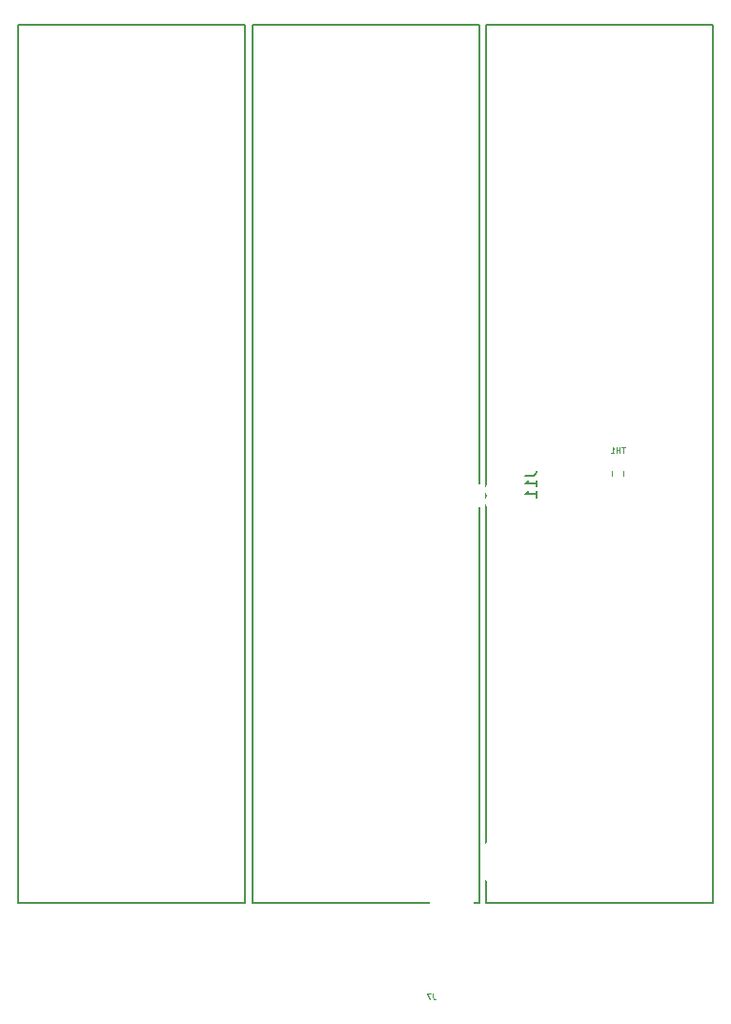
<source format=gbr>
%TF.GenerationSoftware,KiCad,Pcbnew,no-vcs-found-c6d0075~61~ubuntu17.10.1*%
%TF.CreationDate,2018-02-07T09:42:23+01:00*%
%TF.ProjectId,noname,6E6F6E616D652E6B696361645F706362,rev?*%
%TF.SameCoordinates,Original*%
%TF.FileFunction,Legend,Bot*%
%TF.FilePolarity,Positive*%
%FSLAX46Y46*%
G04 Gerber Fmt 4.6, Leading zero omitted, Abs format (unit mm)*
G04 Created by KiCad (PCBNEW no-vcs-found-c6d0075~61~ubuntu17.10.1) date Wed Feb  7 09:42:23 2018*
%MOMM*%
%LPD*%
G01*
G04 APERTURE LIST*
%ADD10C,0.150000*%
%ADD11C,0.120000*%
%ADD12C,0.101600*%
%ADD13R,1.050000X0.975000*%
%ADD14R,2.100000X2.100000*%
%ADD15O,2.100000X2.100000*%
%ADD16R,1.900000X2.900000*%
%ADD17O,1.900000X2.900000*%
%ADD18O,2.600000X3.900000*%
%ADD19C,4.400000*%
%ADD20R,3.900000X3.900000*%
%ADD21C,3.900000*%
%ADD22C,5.400000*%
%ADD23C,1.000000*%
%ADD24C,0.100000*%
%ADD25C,3.400000*%
%ADD26R,1.400000X1.070000*%
%ADD27O,1.750000X1.750000*%
%ADD28R,1.750000X1.750000*%
%ADD29C,2.500000*%
%ADD30C,2.150000*%
%ADD31C,1.400000*%
%ADD32C,1.900000*%
%ADD33C,2.100000*%
G04 APERTURE END LIST*
D10*
%TO.C,BT1*%
X183157142Y-19038622D02*
X183157142Y-97038622D01*
X183157142Y-97038622D02*
X203257142Y-97038622D01*
X203257142Y-97038622D02*
X203257142Y-19038622D01*
X203257142Y-19038622D02*
X183157142Y-19038622D01*
%TO.C,BT3*%
X224742143Y-19038622D02*
X224742143Y-97038622D01*
X224742143Y-97038622D02*
X244842143Y-97038622D01*
X244842143Y-97038622D02*
X244842143Y-19038622D01*
X244842143Y-19038622D02*
X224742143Y-19038622D01*
%TO.C,BT2*%
X224085142Y-97051621D02*
X224085142Y-19051621D01*
X224085142Y-19051621D02*
X203985142Y-19051621D01*
X203985142Y-19051621D02*
X203985142Y-97051621D01*
X203985142Y-97051621D02*
X224085142Y-97051621D01*
D11*
%TO.C,TH1*%
X236907384Y-58634766D02*
X236907384Y-59074766D01*
X235887384Y-58634766D02*
X235887384Y-59074766D01*
%TO.C,J11*%
D10*
X228205764Y-59061242D02*
X228920050Y-59061242D01*
X229062907Y-59013623D01*
X229158145Y-58918385D01*
X229205764Y-58775527D01*
X229205764Y-58680289D01*
X229205764Y-60061242D02*
X229205764Y-59489813D01*
X229205764Y-59775527D02*
X228205764Y-59775527D01*
X228348622Y-59680289D01*
X228443860Y-59585051D01*
X228491479Y-59489813D01*
X229205764Y-61013623D02*
X229205764Y-60442194D01*
X229205764Y-60727908D02*
X228205764Y-60727908D01*
X228348622Y-60632670D01*
X228443860Y-60537432D01*
X228491479Y-60442194D01*
%TO.C,J7*%
D12*
X220000717Y-105046575D02*
X220000717Y-105409432D01*
X220024907Y-105482004D01*
X220073288Y-105530385D01*
X220145860Y-105554575D01*
X220194241Y-105554575D01*
X219807193Y-105046575D02*
X219468526Y-105046575D01*
X219686241Y-105554575D01*
%TO.C,TH1*%
X237050526Y-56544575D02*
X236760241Y-56544575D01*
X236905384Y-57052575D02*
X236905384Y-56544575D01*
X236590907Y-57052575D02*
X236590907Y-56544575D01*
X236590907Y-56786480D02*
X236300622Y-56786480D01*
X236300622Y-57052575D02*
X236300622Y-56544575D01*
X235792622Y-57052575D02*
X236082907Y-57052575D01*
X235937764Y-57052575D02*
X235937764Y-56544575D01*
X235986145Y-56617146D01*
X236034526Y-56665527D01*
X236082907Y-56689718D01*
%TD*%
%LPC*%
D13*
%TO.C,J11*%
X227253384Y-60258266D03*
X227253384Y-59483266D03*
%TD*%
D14*
%TO.C,J10*%
X190677384Y-51742766D03*
D15*
X190677384Y-54282766D03*
%TD*%
%TO.C,J9*%
X237667384Y-50726766D03*
D14*
X237667384Y-53266766D03*
%TD*%
%TO.C,J8*%
X212775384Y-100002766D03*
D15*
X212775384Y-102542766D03*
%TD*%
D16*
%TO.C,SW1*%
X207949384Y-14658766D03*
D17*
X205949384Y-14658766D03*
X203949384Y-14658766D03*
D18*
X210049384Y-14658766D03*
X201849384Y-14658766D03*
%TD*%
D19*
%TO.C,BT1*%
X193207142Y-86038622D03*
X193207142Y-30038622D03*
D20*
X193207142Y-22038622D03*
D21*
X193207142Y-94038622D03*
%TD*%
D22*
%TO.C,J7*%
X197281384Y-15674766D03*
X231281384Y-15674766D03*
X231281384Y-100674766D03*
X197281384Y-100674766D03*
D15*
X184991384Y-88734766D03*
X187531384Y-88734766D03*
X184991384Y-86194766D03*
X187531384Y-86194766D03*
X184991384Y-83654766D03*
X187531384Y-83654766D03*
X184991384Y-81114766D03*
X187531384Y-81114766D03*
X184991384Y-78574766D03*
X187531384Y-78574766D03*
X184991384Y-76034766D03*
X187531384Y-76034766D03*
X184991384Y-73494766D03*
X187531384Y-73494766D03*
X184991384Y-70954766D03*
X187531384Y-70954766D03*
X184991384Y-68414766D03*
X187531384Y-68414766D03*
X184991384Y-65874766D03*
D14*
X187531384Y-65874766D03*
D15*
X184991384Y-61934766D03*
X187531384Y-61934766D03*
X184991384Y-59394766D03*
X187531384Y-59394766D03*
X184991384Y-56854766D03*
X187531384Y-56854766D03*
X184991384Y-54314766D03*
X187531384Y-54314766D03*
X184991384Y-51774766D03*
X187531384Y-51774766D03*
X184991384Y-49234766D03*
X187531384Y-49234766D03*
X184991384Y-46694766D03*
X187531384Y-46694766D03*
X184991384Y-44154766D03*
X187531384Y-44154766D03*
X184991384Y-41614766D03*
X187531384Y-41614766D03*
X184991384Y-39074766D03*
X187531384Y-39074766D03*
X184991384Y-36534766D03*
X187531384Y-36534766D03*
X184991384Y-33994766D03*
X187531384Y-33994766D03*
X184991384Y-31454766D03*
X187531384Y-31454766D03*
X184991384Y-28914766D03*
X187531384Y-28914766D03*
X184991384Y-26374766D03*
D14*
X187531384Y-26374766D03*
D15*
X240691384Y-88734766D03*
X243231384Y-88734766D03*
X240691384Y-86194766D03*
X243231384Y-86194766D03*
X240691384Y-83654766D03*
X243231384Y-83654766D03*
X240691384Y-81114766D03*
X243231384Y-81114766D03*
X240691384Y-78574766D03*
X243231384Y-78574766D03*
X240691384Y-76034766D03*
X243231384Y-76034766D03*
X240691384Y-73494766D03*
X243231384Y-73494766D03*
X240691384Y-70954766D03*
X243231384Y-70954766D03*
X240691384Y-68414766D03*
X243231384Y-68414766D03*
X240691384Y-65874766D03*
X243231384Y-65874766D03*
X240691384Y-63334766D03*
X243231384Y-63334766D03*
X240691384Y-60794766D03*
X243231384Y-60794766D03*
X240691384Y-58254766D03*
X243231384Y-58254766D03*
X240691384Y-55714766D03*
X243231384Y-55714766D03*
X240691384Y-53174766D03*
X243231384Y-53174766D03*
X240691384Y-50634766D03*
X243231384Y-50634766D03*
X240691384Y-48094766D03*
X243231384Y-48094766D03*
X240691384Y-45554766D03*
X243231384Y-45554766D03*
X240691384Y-43014766D03*
X243231384Y-43014766D03*
X240691384Y-40474766D03*
X243231384Y-40474766D03*
X240691384Y-37934766D03*
X243231384Y-37934766D03*
X240691384Y-35394766D03*
X243231384Y-35394766D03*
X240691384Y-32854766D03*
X243231384Y-32854766D03*
X240691384Y-30314766D03*
X243231384Y-30314766D03*
X240691384Y-27774766D03*
D14*
X243231384Y-27774766D03*
%TD*%
D23*
%TO.C,U1*%
X224094384Y-61386766D03*
X225094384Y-61386766D03*
X226094384Y-61386766D03*
X226094384Y-60386766D03*
X225094384Y-60386766D03*
X224094384Y-60386766D03*
%TD*%
D19*
%TO.C,BT3*%
X234792143Y-86038622D03*
X234792143Y-30038622D03*
D20*
X234792143Y-22038622D03*
D21*
X234792143Y-94038622D03*
%TD*%
D19*
%TO.C,BT2*%
X214035142Y-30051621D03*
X214035142Y-86051621D03*
D20*
X214035142Y-94051621D03*
D21*
X214035142Y-22051621D03*
%TD*%
D20*
%TO.C,J1*%
X221665384Y-90350766D03*
D24*
G36*
X222848699Y-94654859D02*
X222931211Y-94667099D01*
X223012126Y-94687367D01*
X223090665Y-94715468D01*
X223166071Y-94751133D01*
X223237619Y-94794017D01*
X223304618Y-94843707D01*
X223366425Y-94899725D01*
X223422443Y-94961532D01*
X223472133Y-95028531D01*
X223515017Y-95100079D01*
X223550682Y-95175485D01*
X223578783Y-95254024D01*
X223599051Y-95334939D01*
X223611291Y-95417451D01*
X223615384Y-95500766D01*
X223615384Y-97200766D01*
X223611291Y-97284081D01*
X223599051Y-97366593D01*
X223578783Y-97447508D01*
X223550682Y-97526047D01*
X223515017Y-97601453D01*
X223472133Y-97673001D01*
X223422443Y-97740000D01*
X223366425Y-97801807D01*
X223304618Y-97857825D01*
X223237619Y-97907515D01*
X223166071Y-97950399D01*
X223090665Y-97986064D01*
X223012126Y-98014165D01*
X222931211Y-98034433D01*
X222848699Y-98046673D01*
X222765384Y-98050766D01*
X220565384Y-98050766D01*
X220482069Y-98046673D01*
X220399557Y-98034433D01*
X220318642Y-98014165D01*
X220240103Y-97986064D01*
X220164697Y-97950399D01*
X220093149Y-97907515D01*
X220026150Y-97857825D01*
X219964343Y-97801807D01*
X219908325Y-97740000D01*
X219858635Y-97673001D01*
X219815751Y-97601453D01*
X219780086Y-97526047D01*
X219751985Y-97447508D01*
X219731717Y-97366593D01*
X219719477Y-97284081D01*
X219715384Y-97200766D01*
X219715384Y-95500766D01*
X219719477Y-95417451D01*
X219731717Y-95334939D01*
X219751985Y-95254024D01*
X219780086Y-95175485D01*
X219815751Y-95100079D01*
X219858635Y-95028531D01*
X219908325Y-94961532D01*
X219964343Y-94899725D01*
X220026150Y-94843707D01*
X220093149Y-94794017D01*
X220164697Y-94751133D01*
X220240103Y-94715468D01*
X220318642Y-94687367D01*
X220399557Y-94667099D01*
X220482069Y-94654859D01*
X220565384Y-94650766D01*
X222765384Y-94650766D01*
X222848699Y-94654859D01*
X222848699Y-94654859D01*
G37*
D25*
X221665384Y-96350766D03*
D24*
G36*
X227435951Y-91405461D02*
X227530597Y-91419500D01*
X227623412Y-91442749D01*
X227713500Y-91474983D01*
X227799996Y-91515893D01*
X227882065Y-91565083D01*
X227958917Y-91622081D01*
X228029813Y-91686337D01*
X228094069Y-91757233D01*
X228151067Y-91834085D01*
X228200257Y-91916154D01*
X228241167Y-92002650D01*
X228273401Y-92092738D01*
X228296650Y-92185553D01*
X228310689Y-92280199D01*
X228315384Y-92375766D01*
X228315384Y-94325766D01*
X228310689Y-94421333D01*
X228296650Y-94515979D01*
X228273401Y-94608794D01*
X228241167Y-94698882D01*
X228200257Y-94785378D01*
X228151067Y-94867447D01*
X228094069Y-94944299D01*
X228029813Y-95015195D01*
X227958917Y-95079451D01*
X227882065Y-95136449D01*
X227799996Y-95185639D01*
X227713500Y-95226549D01*
X227623412Y-95258783D01*
X227530597Y-95282032D01*
X227435951Y-95296071D01*
X227340384Y-95300766D01*
X225390384Y-95300766D01*
X225294817Y-95296071D01*
X225200171Y-95282032D01*
X225107356Y-95258783D01*
X225017268Y-95226549D01*
X224930772Y-95185639D01*
X224848703Y-95136449D01*
X224771851Y-95079451D01*
X224700955Y-95015195D01*
X224636699Y-94944299D01*
X224579701Y-94867447D01*
X224530511Y-94785378D01*
X224489601Y-94698882D01*
X224457367Y-94608794D01*
X224434118Y-94515979D01*
X224420079Y-94421333D01*
X224415384Y-94325766D01*
X224415384Y-92375766D01*
X224420079Y-92280199D01*
X224434118Y-92185553D01*
X224457367Y-92092738D01*
X224489601Y-92002650D01*
X224530511Y-91916154D01*
X224579701Y-91834085D01*
X224636699Y-91757233D01*
X224700955Y-91686337D01*
X224771851Y-91622081D01*
X224848703Y-91565083D01*
X224930772Y-91515893D01*
X225017268Y-91474983D01*
X225107356Y-91442749D01*
X225200171Y-91419500D01*
X225294817Y-91405461D01*
X225390384Y-91400766D01*
X227340384Y-91400766D01*
X227435951Y-91405461D01*
X227435951Y-91405461D01*
G37*
D21*
X226365384Y-93350766D03*
%TD*%
D26*
%TO.C,TH1*%
X236397384Y-59729766D03*
X236397384Y-57979766D03*
%TD*%
D14*
%TO.C,J2*%
X178608384Y-88573234D03*
D15*
X176068384Y-88573234D03*
X178608384Y-86033234D03*
X176068384Y-86033234D03*
X178608384Y-83493234D03*
X176068384Y-83493234D03*
X178608384Y-80953234D03*
X176068384Y-80953234D03*
X178608384Y-78413234D03*
X176068384Y-78413234D03*
X178608384Y-75873234D03*
X176068384Y-75873234D03*
X178608384Y-73333234D03*
X176068384Y-73333234D03*
X178608384Y-70793234D03*
X176068384Y-70793234D03*
X178608384Y-68253234D03*
X176068384Y-68253234D03*
X178608384Y-65713234D03*
X176068384Y-65713234D03*
X178608384Y-63173234D03*
X176068384Y-63173234D03*
X178608384Y-60633234D03*
X176068384Y-60633234D03*
X178608384Y-58093234D03*
X176068384Y-58093234D03*
X178608384Y-55553234D03*
X176068384Y-55553234D03*
X178608384Y-53013234D03*
X176068384Y-53013234D03*
X178608384Y-50473234D03*
X176068384Y-50473234D03*
X178608384Y-47933234D03*
X176068384Y-47933234D03*
X178608384Y-45393234D03*
X176068384Y-45393234D03*
X178608384Y-42853234D03*
X176068384Y-42853234D03*
X178608384Y-40313234D03*
X176068384Y-40313234D03*
X178608384Y-37773234D03*
X176068384Y-37773234D03*
X178608384Y-35233234D03*
X176068384Y-35233234D03*
X178608384Y-32693234D03*
X176068384Y-32693234D03*
X178608384Y-30153234D03*
X176068384Y-30153234D03*
X178608384Y-27613234D03*
X176068384Y-27613234D03*
D14*
X122908384Y-89973234D03*
D15*
X120368384Y-89973234D03*
X122908384Y-87433234D03*
X120368384Y-87433234D03*
X122908384Y-84893234D03*
X120368384Y-84893234D03*
X122908384Y-82353234D03*
X120368384Y-82353234D03*
X122908384Y-79813234D03*
X120368384Y-79813234D03*
X122908384Y-77273234D03*
X120368384Y-77273234D03*
X122908384Y-74733234D03*
X120368384Y-74733234D03*
X122908384Y-72193234D03*
X120368384Y-72193234D03*
X122908384Y-69653234D03*
X120368384Y-69653234D03*
X122908384Y-67113234D03*
X120368384Y-67113234D03*
X122908384Y-64573234D03*
X120368384Y-64573234D03*
X122908384Y-62033234D03*
X120368384Y-62033234D03*
X122908384Y-59493234D03*
X120368384Y-59493234D03*
X122908384Y-56953234D03*
X120368384Y-56953234D03*
X122908384Y-54413234D03*
X120368384Y-54413234D03*
D14*
X122932923Y-49173009D03*
D15*
X120392923Y-49173009D03*
X122932923Y-46633009D03*
X120392923Y-46633009D03*
X122932923Y-44093009D03*
X120392923Y-44093009D03*
X122932923Y-41553009D03*
X120392923Y-41553009D03*
X122932923Y-39013009D03*
X120392923Y-39013009D03*
X122932923Y-36473009D03*
X120392923Y-36473009D03*
X122932923Y-33933009D03*
X120392923Y-33933009D03*
X122932923Y-31393009D03*
X120392923Y-31393009D03*
X122932923Y-28853009D03*
X120392923Y-28853009D03*
X122932923Y-26313009D03*
X120392923Y-26313009D03*
D22*
X132658384Y-15673234D03*
X166658384Y-15673234D03*
X166658384Y-100673234D03*
X132658384Y-100673234D03*
%TD*%
D27*
%TO.C,J1*%
X133725384Y-84208234D03*
X135725384Y-84208234D03*
X137725384Y-84208234D03*
X139725384Y-84208234D03*
X141725384Y-84208234D03*
X143725384Y-84208234D03*
D28*
X145725384Y-84208234D03*
%TD*%
D29*
%TO.C,SW1*%
X153554384Y-98863234D03*
D30*
X154814384Y-101353234D03*
X159314384Y-101353234D03*
D29*
X160564384Y-98863234D03*
%TD*%
D31*
%TO.C,Y1*%
X158801384Y-72778234D03*
X156901384Y-72778234D03*
%TD*%
D32*
%TO.C,Y2*%
X167823384Y-60786234D03*
X167823384Y-65666234D03*
%TD*%
D14*
%TO.C,J2*%
X92905384Y-23880234D03*
%TD*%
%TO.C,J101*%
X67505384Y-28960234D03*
%TD*%
%TO.C,J100*%
X67505384Y-31500234D03*
%TD*%
%TO.C,J99*%
X67505384Y-34040234D03*
%TD*%
%TO.C,J98*%
X67505384Y-36580234D03*
%TD*%
%TO.C,J97*%
X67505384Y-39120234D03*
%TD*%
%TO.C,J96*%
X67505384Y-41660234D03*
%TD*%
%TO.C,J95*%
X67505384Y-44200234D03*
%TD*%
%TO.C,J94*%
X67505384Y-46740234D03*
%TD*%
%TO.C,J93*%
X67505384Y-49280234D03*
%TD*%
%TO.C,J92*%
X67505384Y-51820234D03*
%TD*%
%TO.C,J91*%
X67505384Y-54360234D03*
%TD*%
%TO.C,J90*%
X67505384Y-56951615D03*
%TD*%
%TO.C,J89*%
X67505384Y-59440234D03*
%TD*%
%TO.C,J88*%
X67505384Y-61980234D03*
%TD*%
%TO.C,J87*%
X67505384Y-64520234D03*
%TD*%
%TO.C,J86*%
X67505384Y-67060234D03*
%TD*%
%TO.C,J85*%
X67505384Y-69600234D03*
%TD*%
%TO.C,J84*%
X67505384Y-72140234D03*
%TD*%
%TO.C,J83*%
X67505384Y-74680234D03*
%TD*%
%TO.C,J82*%
X67505384Y-77220234D03*
%TD*%
%TO.C,J79*%
X67505384Y-84840234D03*
%TD*%
%TO.C,J78*%
X67505384Y-87380234D03*
%TD*%
%TO.C,J77*%
X67505384Y-89920234D03*
%TD*%
%TO.C,J81*%
X67505384Y-79760234D03*
%TD*%
%TO.C,J80*%
X67505384Y-82300234D03*
%TD*%
%TO.C,J67*%
X64965384Y-77220234D03*
%TD*%
%TO.C,J76*%
X64965384Y-54360234D03*
%TD*%
%TO.C,J75*%
X64965384Y-56900234D03*
%TD*%
%TO.C,J74*%
X64965384Y-59440234D03*
%TD*%
%TO.C,J73*%
X64965384Y-61980234D03*
%TD*%
%TO.C,J72*%
X64965384Y-64520234D03*
%TD*%
%TO.C,J71*%
X64965384Y-67060234D03*
%TD*%
%TO.C,J70*%
X64965384Y-69600234D03*
%TD*%
%TO.C,J60*%
X64965384Y-34040234D03*
%TD*%
%TO.C,J68*%
X64965384Y-74680234D03*
%TD*%
%TO.C,J39*%
X105605384Y-61980234D03*
%TD*%
%TO.C,J66*%
X64965384Y-79760234D03*
%TD*%
%TO.C,J65*%
X64965384Y-82300234D03*
%TD*%
%TO.C,J64*%
X64965384Y-84840234D03*
%TD*%
%TO.C,J63*%
X64965384Y-87380234D03*
%TD*%
%TO.C,J62*%
X64965384Y-28960234D03*
%TD*%
%TO.C,J61*%
X64965384Y-31500234D03*
%TD*%
%TO.C,J69*%
X64965384Y-72140234D03*
%TD*%
%TO.C,J57*%
X64965384Y-41660234D03*
%TD*%
%TO.C,J58*%
X64965384Y-39120234D03*
%TD*%
%TO.C,J56*%
X64965384Y-44200234D03*
%TD*%
%TO.C,J55*%
X64965384Y-46740234D03*
%TD*%
%TO.C,J54*%
X64965384Y-49280234D03*
%TD*%
%TO.C,J53*%
X64965384Y-51820234D03*
%TD*%
%TO.C,J52*%
X105605384Y-28960234D03*
%TD*%
%TO.C,J51*%
X105605384Y-31500234D03*
%TD*%
%TO.C,J40*%
X105605384Y-59440234D03*
%TD*%
%TO.C,J49*%
X105605384Y-36580234D03*
%TD*%
%TO.C,J48*%
X105605384Y-39120234D03*
%TD*%
%TO.C,J47*%
X105605384Y-41660234D03*
%TD*%
%TO.C,J46*%
X105605384Y-44200234D03*
%TD*%
%TO.C,J45*%
X105605384Y-46740234D03*
%TD*%
%TO.C,J44*%
X105605384Y-49280234D03*
%TD*%
%TO.C,J43*%
X105605384Y-51820234D03*
%TD*%
%TO.C,J42*%
X105605384Y-54360234D03*
%TD*%
%TO.C,J41*%
X105605384Y-56900234D03*
%TD*%
%TO.C,J50*%
X105605384Y-34040234D03*
%TD*%
%TO.C,J29*%
X105605384Y-87380234D03*
%TD*%
%TO.C,J37*%
X105605384Y-67060234D03*
%TD*%
%TO.C,J36*%
X105605384Y-69600234D03*
%TD*%
%TO.C,J35*%
X105605384Y-72140234D03*
%TD*%
%TO.C,J34*%
X105605384Y-74680234D03*
%TD*%
%TO.C,J33*%
X105605384Y-77220234D03*
%TD*%
%TO.C,J32*%
X105605384Y-79760234D03*
%TD*%
%TO.C,J31*%
X105605384Y-82300234D03*
%TD*%
%TO.C,J59*%
X64965384Y-36580234D03*
%TD*%
%TO.C,J38*%
X105605384Y-64520234D03*
%TD*%
%TO.C,J28*%
X105605384Y-89920234D03*
%TD*%
%TO.C,J27*%
X103065384Y-28960234D03*
%TD*%
%TO.C,J26*%
X103065384Y-31500234D03*
%TD*%
%TO.C,J25*%
X103065384Y-34040234D03*
%TD*%
%TO.C,J24*%
X103065384Y-36580234D03*
%TD*%
%TO.C,J23*%
X103065384Y-39120234D03*
%TD*%
%TO.C,J22*%
X103065384Y-41660234D03*
%TD*%
%TO.C,J21*%
X103065384Y-44200234D03*
%TD*%
%TO.C,J30*%
X105605384Y-84840234D03*
%TD*%
%TO.C,J10*%
X103065384Y-72140234D03*
%TD*%
%TO.C,J19*%
X103065384Y-49280234D03*
%TD*%
%TO.C,J18*%
X103065384Y-51820234D03*
%TD*%
%TO.C,J17*%
X103065384Y-54360234D03*
%TD*%
%TO.C,J16*%
X103065384Y-56900234D03*
%TD*%
%TO.C,J15*%
X103065384Y-59440234D03*
%TD*%
%TO.C,J14*%
X103065384Y-61980234D03*
%TD*%
%TO.C,J13*%
X103065384Y-64520234D03*
%TD*%
%TO.C,J12*%
X103065384Y-67060234D03*
%TD*%
%TO.C,J11*%
X103065384Y-69600234D03*
%TD*%
%TO.C,J20*%
X103065384Y-46740234D03*
%TD*%
%TO.C,J9*%
X103065384Y-74680234D03*
%TD*%
%TO.C,J8*%
X103065384Y-77220234D03*
%TD*%
%TO.C,J7*%
X103065384Y-79760234D03*
%TD*%
%TO.C,J6*%
X103065384Y-82300234D03*
%TD*%
%TO.C,J5*%
X103065384Y-84840234D03*
%TD*%
%TO.C,J4*%
X103065384Y-87380234D03*
%TD*%
%TO.C,J3*%
X103065384Y-89920234D03*
%TD*%
%TO.C,J1*%
X114485384Y-88570234D03*
D15*
X111945384Y-88570234D03*
X114485384Y-86030234D03*
X111945384Y-86030234D03*
X114485384Y-83490234D03*
X111945384Y-83490234D03*
X114485384Y-80950234D03*
X111945384Y-80950234D03*
X114485384Y-78410234D03*
X111945384Y-78410234D03*
X114485384Y-75870234D03*
X111945384Y-75870234D03*
X114485384Y-73330234D03*
X111945384Y-73330234D03*
X114485384Y-70790234D03*
X111945384Y-70790234D03*
X114485384Y-68250234D03*
X111945384Y-68250234D03*
X114485384Y-65710234D03*
X111945384Y-65710234D03*
X114485384Y-63170234D03*
X111945384Y-63170234D03*
X114485384Y-60630234D03*
X111945384Y-60630234D03*
X114485384Y-58090234D03*
X111945384Y-58090234D03*
X114485384Y-55550234D03*
X111945384Y-55550234D03*
X114485384Y-53010234D03*
X111945384Y-53010234D03*
X114485384Y-50470234D03*
X111945384Y-50470234D03*
X114485384Y-47930234D03*
X111945384Y-47930234D03*
X114485384Y-45390234D03*
X111945384Y-45390234D03*
X114485384Y-42850234D03*
X111945384Y-42850234D03*
X114485384Y-40310234D03*
X111945384Y-40310234D03*
X114485384Y-37770234D03*
X111945384Y-37770234D03*
X114485384Y-35230234D03*
X111945384Y-35230234D03*
X114485384Y-32690234D03*
X111945384Y-32690234D03*
X114485384Y-30150234D03*
X111945384Y-30150234D03*
X114485384Y-27610234D03*
X111945384Y-27610234D03*
D14*
X58785384Y-89970234D03*
D15*
X56245384Y-89970234D03*
X58785384Y-87430234D03*
X56245384Y-87430234D03*
X58785384Y-84890234D03*
X56245384Y-84890234D03*
X58785384Y-82350234D03*
X56245384Y-82350234D03*
X58785384Y-79810234D03*
X56245384Y-79810234D03*
X58785384Y-77270234D03*
X56245384Y-77270234D03*
X58785384Y-74730234D03*
X56245384Y-74730234D03*
X58785384Y-72190234D03*
X56245384Y-72190234D03*
X58785384Y-69650234D03*
X56245384Y-69650234D03*
X58785384Y-67110234D03*
X56245384Y-67110234D03*
X58785384Y-64570234D03*
X56245384Y-64570234D03*
X58785384Y-62030234D03*
X56245384Y-62030234D03*
X58785384Y-59490234D03*
X56245384Y-59490234D03*
X58785384Y-56950234D03*
X56245384Y-56950234D03*
X58785384Y-54410234D03*
X56245384Y-54410234D03*
D14*
X58785384Y-50470234D03*
D15*
X56245384Y-50470234D03*
X58785384Y-47930234D03*
X56245384Y-47930234D03*
X58785384Y-45390234D03*
X56245384Y-45390234D03*
X58785384Y-42850234D03*
X56245384Y-42850234D03*
X58785384Y-40310234D03*
X56245384Y-40310234D03*
X58785384Y-37770234D03*
X56245384Y-37770234D03*
X58785384Y-35230234D03*
X56245384Y-35230234D03*
X58785384Y-32690234D03*
X56245384Y-32690234D03*
X58785384Y-30150234D03*
X56245384Y-30150234D03*
X58785384Y-27610234D03*
X56245384Y-27610234D03*
D22*
X68535384Y-15670234D03*
X102535384Y-15670234D03*
X102535384Y-100670234D03*
X68535384Y-100670234D03*
%TD*%
D14*
%TO.C,J2*%
X64965384Y-89920234D03*
%TD*%
%TO.C,J2*%
X72585384Y-23880234D03*
%TD*%
%TO.C,J2*%
X70045384Y-23880234D03*
%TD*%
%TO.C,J2*%
X97985384Y-21340234D03*
%TD*%
%TO.C,J2*%
X80205384Y-23880234D03*
%TD*%
%TO.C,J2*%
X80205384Y-21340234D03*
%TD*%
%TO.C,J2*%
X75125384Y-21340234D03*
%TD*%
%TO.C,J2*%
X75125384Y-23880234D03*
%TD*%
D33*
%TO.C,J2*%
X64965384Y-21340234D03*
%TD*%
%TO.C,J2*%
X67505384Y-21340234D03*
%TD*%
D14*
%TO.C,J2*%
X100525384Y-23880234D03*
%TD*%
%TO.C,J2*%
X77665384Y-23880234D03*
%TD*%
D33*
%TO.C,J2*%
X64965384Y-23880234D03*
%TD*%
%TO.C,J2*%
X103065384Y-21340234D03*
%TD*%
D14*
%TO.C,J2*%
X87825384Y-21340234D03*
%TD*%
D33*
%TO.C,J2*%
X103065384Y-23880234D03*
%TD*%
D14*
%TO.C,J2*%
X97985384Y-23880234D03*
%TD*%
%TO.C,J2*%
X92905384Y-21340234D03*
%TD*%
%TO.C,J2*%
X72585384Y-21340234D03*
%TD*%
D33*
%TO.C,J2*%
X67505384Y-23880234D03*
%TD*%
%TO.C,J2*%
X105605384Y-23880234D03*
%TD*%
%TO.C,J2*%
X105605384Y-21340234D03*
%TD*%
D14*
%TO.C,J2*%
X90365384Y-21340234D03*
%TD*%
%TO.C,J2*%
X82745384Y-21340234D03*
%TD*%
%TO.C,J2*%
X95445384Y-23880234D03*
%TD*%
%TO.C,J2*%
X82745384Y-23880234D03*
%TD*%
%TO.C,J2*%
X70045384Y-21340234D03*
%TD*%
%TO.C,J2*%
X95445384Y-21340234D03*
%TD*%
%TO.C,J2*%
X87825384Y-23880234D03*
%TD*%
%TO.C,J2*%
X85285384Y-23880234D03*
%TD*%
%TO.C,J2*%
X90365384Y-23880234D03*
%TD*%
%TO.C,J2*%
X77665384Y-21340234D03*
%TD*%
%TO.C,J2*%
X100525384Y-21340234D03*
%TD*%
%TO.C,J2*%
X85285384Y-21340234D03*
%TD*%
%TO.C,J2*%
X87825384Y-41660234D03*
%TD*%
%TO.C,J2*%
X87825384Y-44200234D03*
%TD*%
%TO.C,J2*%
X92905384Y-26420234D03*
%TD*%
%TO.C,J2*%
X100525384Y-34040234D03*
%TD*%
%TO.C,J2*%
X70045384Y-44200234D03*
%TD*%
%TO.C,J2*%
X72585384Y-26420234D03*
%TD*%
%TO.C,J2*%
X80205384Y-44200234D03*
%TD*%
%TO.C,J2*%
X82745384Y-36580234D03*
%TD*%
%TO.C,J2*%
X85285384Y-34040234D03*
%TD*%
D33*
%TO.C,J2*%
X105605384Y-26420234D03*
%TD*%
D14*
%TO.C,J2*%
X90365384Y-26420234D03*
%TD*%
%TO.C,J2*%
X95445384Y-41660234D03*
%TD*%
%TO.C,J2*%
X82745384Y-26420234D03*
%TD*%
%TO.C,J2*%
X85285384Y-39120234D03*
%TD*%
%TO.C,J2*%
X95445384Y-28960234D03*
%TD*%
%TO.C,J2*%
X82745384Y-28960234D03*
%TD*%
%TO.C,J2*%
X85285384Y-44200234D03*
%TD*%
%TO.C,J2*%
X70045384Y-26420234D03*
%TD*%
%TO.C,J2*%
X77665384Y-36580234D03*
%TD*%
%TO.C,J2*%
X75125384Y-36580234D03*
%TD*%
%TO.C,J2*%
X95445384Y-26420234D03*
%TD*%
%TO.C,J2*%
X87825384Y-28960234D03*
%TD*%
%TO.C,J2*%
X85285384Y-28960234D03*
%TD*%
%TO.C,J2*%
X82745384Y-44200234D03*
%TD*%
%TO.C,J2*%
X90365384Y-28960234D03*
%TD*%
%TO.C,J2*%
X100525384Y-41660234D03*
%TD*%
%TO.C,J2*%
X97985384Y-31500234D03*
%TD*%
%TO.C,J2*%
X97985384Y-39120234D03*
%TD*%
%TO.C,J2*%
X70045384Y-34040234D03*
%TD*%
%TO.C,J2*%
X77665384Y-26420234D03*
%TD*%
%TO.C,J2*%
X75125384Y-44200234D03*
%TD*%
%TO.C,J2*%
X87825384Y-36580234D03*
%TD*%
%TO.C,J2*%
X95445384Y-39120234D03*
%TD*%
%TO.C,J2*%
X100525384Y-26420234D03*
%TD*%
%TO.C,J2*%
X85285384Y-26420234D03*
%TD*%
%TO.C,J2*%
X80205384Y-31500234D03*
%TD*%
%TO.C,J2*%
X72585384Y-36580234D03*
%TD*%
%TO.C,J2*%
X80205384Y-41660234D03*
%TD*%
%TO.C,J2*%
X70045384Y-31500234D03*
%TD*%
%TO.C,J2*%
X90365384Y-31500234D03*
%TD*%
%TO.C,J2*%
X80205384Y-39120234D03*
%TD*%
%TO.C,J2*%
X72585384Y-44200234D03*
%TD*%
%TO.C,J2*%
X75125384Y-41660234D03*
%TD*%
%TO.C,J2*%
X80205384Y-26420234D03*
%TD*%
%TO.C,J2*%
X95445384Y-44200234D03*
%TD*%
%TO.C,J2*%
X87825384Y-31500234D03*
%TD*%
%TO.C,J2*%
X92905384Y-31500234D03*
%TD*%
%TO.C,J2*%
X70045384Y-39120234D03*
%TD*%
%TO.C,J2*%
X85285384Y-36580234D03*
%TD*%
%TO.C,J2*%
X95445384Y-34040234D03*
%TD*%
%TO.C,J2*%
X90365384Y-41660234D03*
%TD*%
%TO.C,J2*%
X72585384Y-28960234D03*
%TD*%
%TO.C,J2*%
X87825384Y-39120234D03*
%TD*%
%TO.C,J2*%
X90365384Y-34040234D03*
%TD*%
%TO.C,J2*%
X77665384Y-28960234D03*
%TD*%
%TO.C,J2*%
X92905384Y-39120234D03*
%TD*%
%TO.C,J2*%
X82745384Y-39120234D03*
%TD*%
%TO.C,J2*%
X82745384Y-31500234D03*
%TD*%
%TO.C,J2*%
X97985384Y-28960234D03*
%TD*%
%TO.C,J2*%
X75125384Y-39120234D03*
%TD*%
%TO.C,J2*%
X82745384Y-41660234D03*
%TD*%
D33*
%TO.C,J2*%
X64965384Y-26420234D03*
%TD*%
D14*
%TO.C,J2*%
X72585384Y-34040234D03*
%TD*%
%TO.C,J2*%
X70045384Y-28960234D03*
%TD*%
%TO.C,J2*%
X75125384Y-34040234D03*
%TD*%
D33*
%TO.C,J2*%
X67505384Y-26420234D03*
%TD*%
D14*
%TO.C,J2*%
X80205384Y-36580234D03*
%TD*%
%TO.C,J2*%
X82745384Y-34040234D03*
%TD*%
%TO.C,J2*%
X72585384Y-41660234D03*
%TD*%
%TO.C,J2*%
X100525384Y-44200234D03*
%TD*%
%TO.C,J2*%
X87825384Y-34040234D03*
%TD*%
%TO.C,J2*%
X100525384Y-31500234D03*
%TD*%
%TO.C,J2*%
X97985384Y-26420234D03*
%TD*%
%TO.C,J2*%
X100525384Y-28960234D03*
%TD*%
D33*
%TO.C,J2*%
X103065384Y-26420234D03*
%TD*%
D14*
%TO.C,J2*%
X90365384Y-44200234D03*
%TD*%
%TO.C,J2*%
X70045384Y-36580234D03*
%TD*%
%TO.C,J2*%
X77665384Y-34040234D03*
%TD*%
%TO.C,J2*%
X72585384Y-39120234D03*
%TD*%
%TO.C,J2*%
X85285384Y-31500234D03*
%TD*%
%TO.C,J2*%
X70045384Y-41660234D03*
%TD*%
%TO.C,J2*%
X80205384Y-34040234D03*
%TD*%
%TO.C,J2*%
X77665384Y-31500234D03*
%TD*%
%TO.C,J2*%
X75125384Y-31500234D03*
%TD*%
%TO.C,J2*%
X80205384Y-28960234D03*
%TD*%
%TO.C,J2*%
X75125384Y-28960234D03*
%TD*%
%TO.C,J2*%
X90365384Y-39120234D03*
%TD*%
%TO.C,J2*%
X92905384Y-28960234D03*
%TD*%
%TO.C,J2*%
X77665384Y-44200234D03*
%TD*%
%TO.C,J2*%
X77665384Y-41660234D03*
%TD*%
%TO.C,J2*%
X77665384Y-39120234D03*
%TD*%
%TO.C,J2*%
X75125384Y-26420234D03*
%TD*%
%TO.C,J2*%
X97985384Y-44200234D03*
%TD*%
%TO.C,J2*%
X92905384Y-44200234D03*
%TD*%
%TO.C,J2*%
X92905384Y-36580234D03*
%TD*%
%TO.C,J2*%
X92905384Y-41660234D03*
%TD*%
%TO.C,J2*%
X85285384Y-41660234D03*
%TD*%
%TO.C,J2*%
X100525384Y-36580234D03*
%TD*%
%TO.C,J2*%
X87825384Y-26420234D03*
%TD*%
%TO.C,J2*%
X92905384Y-34040234D03*
%TD*%
%TO.C,J2*%
X90365384Y-36580234D03*
%TD*%
%TO.C,J2*%
X97985384Y-36580234D03*
%TD*%
%TO.C,J2*%
X95445384Y-36580234D03*
%TD*%
%TO.C,J2*%
X95445384Y-31500234D03*
%TD*%
%TO.C,J2*%
X97985384Y-34040234D03*
%TD*%
%TO.C,J2*%
X100525384Y-39120234D03*
%TD*%
%TO.C,J2*%
X97985384Y-41660234D03*
%TD*%
%TO.C,J2*%
X72585384Y-31500234D03*
%TD*%
%TO.C,J2*%
X72585384Y-46740234D03*
%TD*%
%TO.C,J2*%
X87825384Y-46740234D03*
%TD*%
%TO.C,J2*%
X92905384Y-54360234D03*
%TD*%
%TO.C,J2*%
X90365384Y-56900234D03*
%TD*%
%TO.C,J2*%
X97985384Y-56900234D03*
%TD*%
%TO.C,J2*%
X95445384Y-56900234D03*
%TD*%
%TO.C,J2*%
X87825384Y-69600234D03*
%TD*%
%TO.C,J2*%
X95445384Y-51820234D03*
%TD*%
%TO.C,J2*%
X97985384Y-54360234D03*
%TD*%
%TO.C,J2*%
X100525384Y-59440234D03*
%TD*%
%TO.C,J2*%
X97985384Y-61980234D03*
%TD*%
%TO.C,J2*%
X72585384Y-51820234D03*
%TD*%
%TO.C,J2*%
X95445384Y-64520234D03*
%TD*%
%TO.C,J2*%
X82745384Y-69600234D03*
%TD*%
%TO.C,J2*%
X87825384Y-51820234D03*
%TD*%
%TO.C,J2*%
X92905384Y-51820234D03*
%TD*%
%TO.C,J2*%
X70045384Y-59440234D03*
%TD*%
%TO.C,J2*%
X92905384Y-67060234D03*
%TD*%
%TO.C,J2*%
X85285384Y-56900234D03*
%TD*%
%TO.C,J2*%
X95445384Y-54360234D03*
%TD*%
%TO.C,J2*%
X100525384Y-69600234D03*
%TD*%
%TO.C,J2*%
X90365384Y-61980234D03*
%TD*%
%TO.C,J2*%
X72585384Y-49280234D03*
%TD*%
%TO.C,J2*%
X75125384Y-46740234D03*
%TD*%
%TO.C,J2*%
X97985384Y-64520234D03*
%TD*%
%TO.C,J2*%
X92905384Y-64520234D03*
%TD*%
%TO.C,J2*%
X92905384Y-56900234D03*
%TD*%
%TO.C,J2*%
X92905384Y-61980234D03*
%TD*%
%TO.C,J2*%
X87825384Y-67060234D03*
%TD*%
%TO.C,J2*%
X85285384Y-61980234D03*
%TD*%
%TO.C,J2*%
X100525384Y-56900234D03*
%TD*%
%TO.C,J2*%
X97985384Y-67060234D03*
%TD*%
%TO.C,J2*%
X85285384Y-54360234D03*
%TD*%
%TO.C,J2*%
X82745384Y-67060234D03*
%TD*%
%TO.C,J2*%
X90365384Y-46740234D03*
%TD*%
%TO.C,J2*%
X95445384Y-61980234D03*
%TD*%
%TO.C,J2*%
X82745384Y-46740234D03*
%TD*%
%TO.C,J2*%
X85285384Y-59440234D03*
%TD*%
%TO.C,J2*%
X95445384Y-49280234D03*
%TD*%
%TO.C,J2*%
X92905384Y-69600234D03*
%TD*%
%TO.C,J2*%
X87825384Y-56900234D03*
%TD*%
%TO.C,J2*%
X85285384Y-69600234D03*
%TD*%
%TO.C,J2*%
X95445384Y-59440234D03*
%TD*%
%TO.C,J2*%
X100525384Y-46740234D03*
%TD*%
%TO.C,J2*%
X97985384Y-69600234D03*
%TD*%
%TO.C,J2*%
X75125384Y-69600234D03*
%TD*%
%TO.C,J2*%
X85285384Y-67060234D03*
%TD*%
%TO.C,J2*%
X85285384Y-46740234D03*
%TD*%
%TO.C,J2*%
X80205384Y-51820234D03*
%TD*%
%TO.C,J2*%
X72585384Y-56900234D03*
%TD*%
%TO.C,J2*%
X90365384Y-69600234D03*
%TD*%
%TO.C,J2*%
X82745384Y-54360234D03*
%TD*%
%TO.C,J2*%
X72585384Y-61980234D03*
%TD*%
%TO.C,J2*%
X100525384Y-64520234D03*
%TD*%
%TO.C,J2*%
X87825384Y-54360234D03*
%TD*%
%TO.C,J2*%
X95445384Y-69600234D03*
%TD*%
%TO.C,J2*%
X100525384Y-51820234D03*
%TD*%
%TO.C,J2*%
X97985384Y-46740234D03*
%TD*%
%TO.C,J2*%
X100525384Y-49280234D03*
%TD*%
%TO.C,J2*%
X95445384Y-46740234D03*
%TD*%
%TO.C,J2*%
X87825384Y-49280234D03*
%TD*%
%TO.C,J2*%
X85285384Y-49280234D03*
%TD*%
%TO.C,J2*%
X82745384Y-64520234D03*
%TD*%
%TO.C,J2*%
X90365384Y-49280234D03*
%TD*%
%TO.C,J2*%
X100525384Y-61980234D03*
%TD*%
%TO.C,J2*%
X97985384Y-51820234D03*
%TD*%
%TO.C,J2*%
X97985384Y-59440234D03*
%TD*%
%TO.C,J2*%
X70045384Y-54360234D03*
%TD*%
%TO.C,J2*%
X70045384Y-69600234D03*
%TD*%
%TO.C,J2*%
X87825384Y-59440234D03*
%TD*%
%TO.C,J2*%
X90365384Y-54360234D03*
%TD*%
%TO.C,J2*%
X77665384Y-49280234D03*
%TD*%
%TO.C,J2*%
X92905384Y-59440234D03*
%TD*%
%TO.C,J2*%
X82745384Y-59440234D03*
%TD*%
%TO.C,J2*%
X82745384Y-51820234D03*
%TD*%
%TO.C,J2*%
X97985384Y-49280234D03*
%TD*%
%TO.C,J2*%
X75125384Y-59440234D03*
%TD*%
%TO.C,J2*%
X100525384Y-67060234D03*
%TD*%
%TO.C,J2*%
X82745384Y-61980234D03*
%TD*%
%TO.C,J2*%
X87825384Y-61980234D03*
%TD*%
%TO.C,J2*%
X87825384Y-64520234D03*
%TD*%
%TO.C,J2*%
X92905384Y-46740234D03*
%TD*%
%TO.C,J2*%
X95445384Y-67060234D03*
%TD*%
%TO.C,J2*%
X100525384Y-54360234D03*
%TD*%
%TO.C,J2*%
X70045384Y-64520234D03*
%TD*%
%TO.C,J2*%
X82745384Y-49280234D03*
%TD*%
%TO.C,J2*%
X85285384Y-64520234D03*
%TD*%
%TO.C,J2*%
X70045384Y-46740234D03*
%TD*%
%TO.C,J2*%
X77665384Y-56900234D03*
%TD*%
%TO.C,J2*%
X75125384Y-56900234D03*
%TD*%
%TO.C,J2*%
X80205384Y-46740234D03*
%TD*%
%TO.C,J2*%
X77665384Y-69600234D03*
%TD*%
%TO.C,J2*%
X80205384Y-69600234D03*
%TD*%
%TO.C,J2*%
X80205384Y-67060234D03*
%TD*%
%TO.C,J2*%
X80205384Y-56900234D03*
%TD*%
%TO.C,J2*%
X72585384Y-69600234D03*
%TD*%
%TO.C,J2*%
X72585384Y-54360234D03*
%TD*%
%TO.C,J2*%
X80205384Y-64520234D03*
%TD*%
%TO.C,J2*%
X77665384Y-59440234D03*
%TD*%
%TO.C,J2*%
X90365384Y-67060234D03*
%TD*%
%TO.C,J2*%
X77665384Y-67060234D03*
%TD*%
%TO.C,J2*%
X77665384Y-46740234D03*
%TD*%
%TO.C,J2*%
X75125384Y-64520234D03*
%TD*%
%TO.C,J2*%
X72585384Y-59440234D03*
%TD*%
%TO.C,J2*%
X75125384Y-67060234D03*
%TD*%
%TO.C,J2*%
X72585384Y-67060234D03*
%TD*%
%TO.C,J2*%
X90365384Y-59440234D03*
%TD*%
%TO.C,J2*%
X92905384Y-49280234D03*
%TD*%
%TO.C,J2*%
X70045384Y-49280234D03*
%TD*%
%TO.C,J2*%
X75125384Y-54360234D03*
%TD*%
%TO.C,J2*%
X90365384Y-51820234D03*
%TD*%
%TO.C,J2*%
X85285384Y-51820234D03*
%TD*%
%TO.C,J2*%
X82745384Y-56900234D03*
%TD*%
%TO.C,J2*%
X90365384Y-64520234D03*
%TD*%
%TO.C,J2*%
X80205384Y-54360234D03*
%TD*%
%TO.C,J2*%
X70045384Y-56900234D03*
%TD*%
%TO.C,J2*%
X77665384Y-54360234D03*
%TD*%
%TO.C,J2*%
X80205384Y-61980234D03*
%TD*%
%TO.C,J2*%
X77665384Y-61980234D03*
%TD*%
%TO.C,J2*%
X75125384Y-51820234D03*
%TD*%
%TO.C,J2*%
X70045384Y-61980234D03*
%TD*%
%TO.C,J2*%
X77665384Y-51820234D03*
%TD*%
%TO.C,J2*%
X80205384Y-49280234D03*
%TD*%
%TO.C,J2*%
X75125384Y-61980234D03*
%TD*%
%TO.C,J2*%
X80205384Y-59440234D03*
%TD*%
%TO.C,J2*%
X70045384Y-51820234D03*
%TD*%
%TO.C,J2*%
X70045384Y-67060234D03*
%TD*%
%TO.C,J2*%
X75125384Y-49280234D03*
%TD*%
%TO.C,J2*%
X72585384Y-64520234D03*
%TD*%
%TO.C,J2*%
X77665384Y-64520234D03*
%TD*%
D33*
%TO.C,J2*%
X105605384Y-92460234D03*
%TD*%
%TO.C,J2*%
X105605384Y-95000234D03*
%TD*%
%TO.C,J2*%
X103065384Y-95000234D03*
%TD*%
%TO.C,J2*%
X103065384Y-92460234D03*
%TD*%
D14*
%TO.C,J2*%
X87825384Y-89920234D03*
%TD*%
%TO.C,J2*%
X92905384Y-72140234D03*
%TD*%
%TO.C,J2*%
X82745384Y-95000234D03*
%TD*%
%TO.C,J2*%
X87825384Y-77220234D03*
%TD*%
%TO.C,J2*%
X92905384Y-77220234D03*
%TD*%
%TO.C,J2*%
X90365384Y-84840234D03*
%TD*%
%TO.C,J2*%
X92905384Y-74680234D03*
%TD*%
%TO.C,J2*%
X95445384Y-72140234D03*
%TD*%
%TO.C,J2*%
X87825384Y-74680234D03*
%TD*%
%TO.C,J2*%
X85285384Y-74680234D03*
%TD*%
%TO.C,J2*%
X87825384Y-79760234D03*
%TD*%
%TO.C,J2*%
X95445384Y-95000234D03*
%TD*%
%TO.C,J2*%
X100525384Y-77220234D03*
%TD*%
%TO.C,J2*%
X92905384Y-82300234D03*
%TD*%
%TO.C,J2*%
X92905384Y-87380234D03*
%TD*%
%TO.C,J2*%
X87825384Y-92460234D03*
%TD*%
%TO.C,J2*%
X87825384Y-84840234D03*
%TD*%
%TO.C,J2*%
X90365384Y-79760234D03*
%TD*%
%TO.C,J2*%
X90365384Y-95000234D03*
%TD*%
%TO.C,J2*%
X82745384Y-79760234D03*
%TD*%
%TO.C,J2*%
X82745384Y-77220234D03*
%TD*%
%TO.C,J2*%
X97985384Y-74680234D03*
%TD*%
%TO.C,J2*%
X95445384Y-84840234D03*
%TD*%
%TO.C,J2*%
X82745384Y-82300234D03*
%TD*%
%TO.C,J2*%
X90365384Y-89920234D03*
%TD*%
%TO.C,J2*%
X82745384Y-92460234D03*
%TD*%
%TO.C,J2*%
X90365384Y-72140234D03*
%TD*%
%TO.C,J2*%
X97985384Y-82300234D03*
%TD*%
%TO.C,J2*%
X95445384Y-82300234D03*
%TD*%
%TO.C,J2*%
X100525384Y-72140234D03*
%TD*%
%TO.C,J2*%
X97985384Y-95000234D03*
%TD*%
%TO.C,J2*%
X100525384Y-95000234D03*
%TD*%
%TO.C,J2*%
X100525384Y-92460234D03*
%TD*%
%TO.C,J2*%
X82745384Y-74680234D03*
%TD*%
%TO.C,J2*%
X87825384Y-72140234D03*
%TD*%
%TO.C,J2*%
X87825384Y-82300234D03*
%TD*%
%TO.C,J2*%
X100525384Y-82300234D03*
%TD*%
%TO.C,J2*%
X92905384Y-95000234D03*
%TD*%
%TO.C,J2*%
X85285384Y-72140234D03*
%TD*%
%TO.C,J2*%
X92905384Y-79760234D03*
%TD*%
%TO.C,J2*%
X85285384Y-87380234D03*
%TD*%
%TO.C,J2*%
X100525384Y-89920234D03*
%TD*%
%TO.C,J2*%
X97985384Y-84840234D03*
%TD*%
%TO.C,J2*%
X85285384Y-92460234D03*
%TD*%
%TO.C,J2*%
X82745384Y-89920234D03*
%TD*%
%TO.C,J2*%
X87825384Y-87380234D03*
%TD*%
%TO.C,J2*%
X85285384Y-84840234D03*
%TD*%
%TO.C,J2*%
X97985384Y-92460234D03*
%TD*%
%TO.C,J2*%
X97985384Y-72140234D03*
%TD*%
%TO.C,J2*%
X95445384Y-89920234D03*
%TD*%
%TO.C,J2*%
X85285384Y-82300234D03*
%TD*%
%TO.C,J2*%
X85285384Y-89920234D03*
%TD*%
%TO.C,J2*%
X92905384Y-84840234D03*
%TD*%
%TO.C,J2*%
X95445384Y-92460234D03*
%TD*%
%TO.C,J2*%
X92905384Y-92460234D03*
%TD*%
%TO.C,J2*%
X90365384Y-74680234D03*
%TD*%
%TO.C,J2*%
X95445384Y-79760234D03*
%TD*%
%TO.C,J2*%
X82745384Y-72140234D03*
%TD*%
%TO.C,J2*%
X85285384Y-77220234D03*
%TD*%
%TO.C,J2*%
X100525384Y-79760234D03*
%TD*%
%TO.C,J2*%
X85285384Y-95000234D03*
%TD*%
%TO.C,J2*%
X82745384Y-87380234D03*
%TD*%
%TO.C,J2*%
X87825384Y-95000234D03*
%TD*%
%TO.C,J2*%
X90365384Y-82300234D03*
%TD*%
%TO.C,J2*%
X97985384Y-79760234D03*
%TD*%
%TO.C,J2*%
X82745384Y-84840234D03*
%TD*%
%TO.C,J2*%
X100525384Y-87380234D03*
%TD*%
%TO.C,J2*%
X97985384Y-87380234D03*
%TD*%
%TO.C,J2*%
X95445384Y-77220234D03*
%TD*%
%TO.C,J2*%
X90365384Y-87380234D03*
%TD*%
%TO.C,J2*%
X97985384Y-77220234D03*
%TD*%
%TO.C,J2*%
X100525384Y-74680234D03*
%TD*%
%TO.C,J2*%
X95445384Y-87380234D03*
%TD*%
%TO.C,J2*%
X100525384Y-84840234D03*
%TD*%
%TO.C,J2*%
X90365384Y-77220234D03*
%TD*%
%TO.C,J2*%
X90365384Y-92460234D03*
%TD*%
%TO.C,J2*%
X95445384Y-74680234D03*
%TD*%
%TO.C,J2*%
X85285384Y-79760234D03*
%TD*%
%TO.C,J2*%
X92905384Y-89920234D03*
%TD*%
%TO.C,J2*%
X97985384Y-89920234D03*
%TD*%
%TO.C,J2*%
X70045384Y-72140234D03*
%TD*%
%TO.C,J2*%
X75125384Y-82300234D03*
%TD*%
%TO.C,J2*%
X72585384Y-74680234D03*
%TD*%
%TO.C,J2*%
X70045384Y-82300234D03*
%TD*%
%TO.C,J2*%
X75125384Y-72140234D03*
%TD*%
%TO.C,J2*%
X70045384Y-77220234D03*
%TD*%
%TO.C,J2*%
X77665384Y-82300234D03*
%TD*%
%TO.C,J2*%
X80205384Y-82300234D03*
%TD*%
%TO.C,J2*%
X80205384Y-79760234D03*
%TD*%
%TO.C,J2*%
X72585384Y-82300234D03*
%TD*%
%TO.C,J2*%
X80205384Y-77220234D03*
%TD*%
%TO.C,J2*%
X77665384Y-72140234D03*
%TD*%
%TO.C,J2*%
X77665384Y-79760234D03*
%TD*%
%TO.C,J2*%
X75125384Y-77220234D03*
%TD*%
%TO.C,J2*%
X72585384Y-72140234D03*
%TD*%
%TO.C,J2*%
X75125384Y-79760234D03*
%TD*%
%TO.C,J2*%
X72585384Y-79760234D03*
%TD*%
%TO.C,J2*%
X80205384Y-74680234D03*
%TD*%
%TO.C,J2*%
X77665384Y-74680234D03*
%TD*%
%TO.C,J2*%
X70045384Y-74680234D03*
%TD*%
%TO.C,J2*%
X75125384Y-74680234D03*
%TD*%
%TO.C,J2*%
X80205384Y-72140234D03*
%TD*%
%TO.C,J2*%
X70045384Y-79760234D03*
%TD*%
%TO.C,J2*%
X72585384Y-77220234D03*
%TD*%
%TO.C,J2*%
X77665384Y-77220234D03*
%TD*%
%TO.C,J2*%
X77665384Y-89920234D03*
%TD*%
%TO.C,J2*%
X72585384Y-95000234D03*
%TD*%
%TO.C,J2*%
X80205384Y-84840234D03*
%TD*%
%TO.C,J2*%
X77665384Y-92460234D03*
%TD*%
%TO.C,J2*%
X77665384Y-84840234D03*
%TD*%
%TO.C,J2*%
X80205384Y-95000234D03*
%TD*%
%TO.C,J2*%
X80205384Y-89920234D03*
%TD*%
%TO.C,J2*%
X72585384Y-92460234D03*
%TD*%
%TO.C,J2*%
X75125384Y-87380234D03*
%TD*%
%TO.C,J2*%
X75125384Y-92460234D03*
%TD*%
%TO.C,J2*%
X72585384Y-89920234D03*
%TD*%
%TO.C,J2*%
X77665384Y-87380234D03*
%TD*%
%TO.C,J2*%
X75125384Y-84840234D03*
%TD*%
%TO.C,J2*%
X75125384Y-89920234D03*
%TD*%
%TO.C,J2*%
X75125384Y-95000234D03*
%TD*%
%TO.C,J2*%
X72585384Y-87380234D03*
%TD*%
%TO.C,J2*%
X77665384Y-95000234D03*
%TD*%
%TO.C,J2*%
X72585384Y-84840234D03*
%TD*%
%TO.C,J2*%
X80205384Y-87380234D03*
%TD*%
%TO.C,J2*%
X80205384Y-92460234D03*
%TD*%
D33*
%TO.C,J2*%
X67505384Y-95000234D03*
%TD*%
%TO.C,J2*%
X67505384Y-92460234D03*
%TD*%
D14*
%TO.C,J2*%
X70045384Y-87380234D03*
%TD*%
%TO.C,J2*%
X70045384Y-92460234D03*
%TD*%
%TO.C,J2*%
X70045384Y-84840234D03*
%TD*%
%TO.C,J2*%
X70045384Y-89920234D03*
%TD*%
%TO.C,J2*%
X70045384Y-95000234D03*
%TD*%
D33*
%TO.C,J2*%
X64965384Y-95000234D03*
%TD*%
%TO.C,J2*%
X64965384Y-92460234D03*
%TD*%
M02*

</source>
